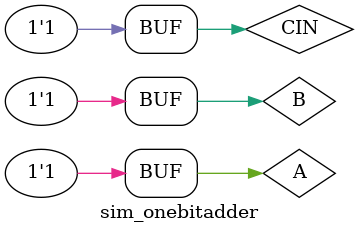
<source format=v>
`timescale 1ns / 1ps


module sim_onebitadder(

    );
    
    reg A;
           reg B;
           reg CIN;
           
           wire S;
           wire COUT;
           
           onebitadder dut(A, B, CIN, S, COUT);
           
           initial begin
           A = 0; B = 0; CIN = 1; #10;
           A = 0; B = 1; CIN = 0; #10;
           A = 0; B = 1; CIN = 1; #10;
           A = 1; B = 0; CIN = 0; #10;
           A = 1; B = 0; CIN = 1; #10;
           A = 1; B = 1; CIN = 0; #10;
           A = 1; B = 1; CIN = 1; #10;
           end
endmodule

</source>
